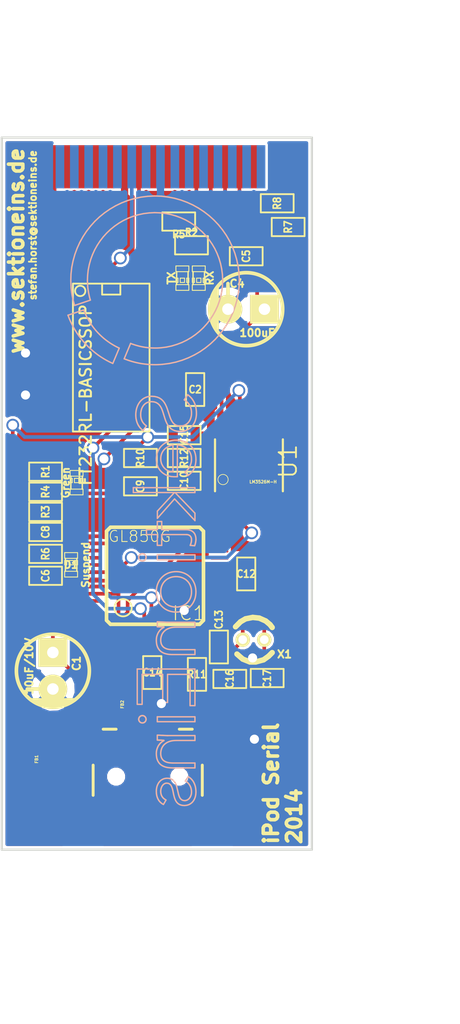
<source format=kicad_pcb>
(kicad_pcb (version 3) (host pcbnew "(2014-03-23 BZR 4768)-product")
  (layers (15 F.Cu signal) (0 B.Cu signal) (18 B.Paste user) (19 F.Paste user) (20 B.SilkS user) (21 F.SilkS user) (22 B.Mask user) (23 F.Mask user) (28 Edge.Cuts user))
  (net 0 "")
  (net 1 DVDD)
  (net 2 "Net-(C2-Pad1)")
  (net 3 +5V)
  (net 4 AVDD)
  (net 5 "Net-(C15-Pad2)")
  (net 6 "Net-(C16-Pad1)")
  (net 7 "Net-(C17-Pad1)")
  (net 8 /HUB_IPOD_GREEN)
  (net 9 "Net-(D3-Pad1)")
  (net 10 /SERIAL_TX_LED)
  (net 11 /SERIAL_RX_LED)
  (net 12 "Net-(FB1-Pad1)")
  (net 13 VBUS)
  (net 14 /USB_D+)
  (net 15 /SERIAL_USB_D-)
  (net 16 /SERIAL_USB_D+)
  (net 17 /USB_D-)
  (net 18 /OVCUR1)
  (net 19 /PWREN1)
  (net 20 /IPOD_USB_D-)
  (net 21 /IPOD_USB_D+)
  (net 22 "Net-(IC1-Pad11)")
  (net 23 /SERIAL_TX)
  (net 24 "Net-(P1-Pad21)")
  (net 25 /SERIAL_RX)
  (net 26 GND)
  (net 27 "Net-(D2-Pad2)")
  (net 28 "Net-(IC1-Pad37)")
  (net 29 "Net-(D1-Pad2)")
  (net 30 "Net-(P1-Pad25)")
  (net 31 "Net-(P1-Pad27)")
  (module SMD_Packages.pretty:SM0603 (layer F.Cu) (at 148.082 73.406 90)
    (fp_text reference C2 (at 0 0 180) (layer F.SilkS) (effects (font (size 0.508 0.4572) (thickness 0.1143))))
    (fp_text value 100nF hide)
    (pad 1 smd rect (at -0.762 0 90) (size 0.635 1.143) (layers F.Cu F.Paste F.Mask) (net 2 "Net-(C2-Pad1)"))
    (pad 2 smd rect (at 0.762 0 90) (size 0.635 1.143) (layers F.Cu F.Paste F.Mask) (net 26 GND))
  )
  (module SMD_Packages.pretty:SM0603 (layer F.Cu) (at 151.638 64.135)
    (fp_text reference C5 (at 0 0 90) (layer F.SilkS) (effects (font (size 0.508 0.4572) (thickness 0.1143))))
    (fp_text value 0,1uF hide)
    (pad 1 smd rect (at -0.762 0) (size 0.635 1.143) (layers F.Cu F.Paste F.Mask) (net 26 GND))
    (pad 2 smd rect (at 0.762 0) (size 0.635 1.143) (layers F.Cu F.Paste F.Mask) (net 3 +5V))
  )
  (module SMD_Packages.pretty:SM0603 (layer F.Cu) (at 137.668 86.36 180)
    (fp_text reference C6 (at 0 0 270) (layer F.SilkS) (effects (font (size 0.508 0.4572) (thickness 0.1143))))
    (fp_text value 100nF hide)
    (pad 1 smd rect (at -0.762 0 180) (size 0.635 1.143) (layers F.Cu F.Paste F.Mask) (net 1 DVDD))
    (pad 2 smd rect (at 0.762 0 180) (size 0.635 1.143) (layers F.Cu F.Paste F.Mask) (net 26 GND))
  )
  (module SMD_Packages.pretty:SM0603 (layer F.Cu) (at 137.668 83.312 180)
    (fp_text reference C8 (at 0 0 270) (layer F.SilkS) (effects (font (size 0.508 0.4572) (thickness 0.1143))))
    (fp_text value 100nF hide)
    (pad 1 smd rect (at -0.762 0 180) (size 0.635 1.143) (layers F.Cu F.Paste F.Mask) (net 1 DVDD))
    (pad 2 smd rect (at 0.762 0 180) (size 0.635 1.143) (layers F.Cu F.Paste F.Mask) (net 26 GND))
  )
  (module SMD_Packages.pretty:SM0603 (layer F.Cu) (at 144.272 80.137)
    (fp_text reference C9 (at 0 0 90) (layer F.SilkS) (effects (font (size 0.508 0.4572) (thickness 0.1143))))
    (fp_text value 100nF hide)
    (pad 1 smd rect (at -0.762 0) (size 0.635 1.143) (layers F.Cu F.Paste F.Mask) (net 1 DVDD))
    (pad 2 smd rect (at 0.762 0) (size 0.635 1.143) (layers F.Cu F.Paste F.Mask) (net 26 GND))
  )
  (module SMD_Packages.pretty:SM0603 (layer F.Cu) (at 147.32 79.756 180)
    (fp_text reference C10 (at 0 0 270) (layer F.SilkS) (effects (font (size 0.508 0.4572) (thickness 0.1143))))
    (fp_text value 100nF hide)
    (pad 1 smd rect (at -0.762 0 180) (size 0.635 1.143) (layers F.Cu F.Paste F.Mask) (net 1 DVDD))
    (pad 2 smd rect (at 0.762 0 180) (size 0.635 1.143) (layers F.Cu F.Paste F.Mask) (net 26 GND))
  )
  (module SMD_Packages.pretty:SM0603 (layer F.Cu) (at 151.638 86.233 90)
    (fp_text reference C12 (at 0 0 180) (layer F.SilkS) (effects (font (size 0.508 0.4572) (thickness 0.1143))))
    (fp_text value 100nF hide)
    (pad 1 smd rect (at -0.762 0 90) (size 0.635 1.143) (layers F.Cu F.Paste F.Mask) (net 4 AVDD))
    (pad 2 smd rect (at 0.762 0 90) (size 0.635 1.143) (layers F.Cu F.Paste F.Mask) (net 26 GND))
  )
  (module SMD_Packages.pretty:SM0603 (layer F.Cu) (at 149.733 91.313 90)
    (fp_text reference C13 (at 1.905 0 90) (layer F.SilkS) (effects (font (size 0.508 0.4572) (thickness 0.1143))))
    (fp_text value 100nF hide)
    (pad 1 smd rect (at -0.762 0 90) (size 0.635 1.143) (layers F.Cu F.Paste F.Mask) (net 4 AVDD))
    (pad 2 smd rect (at 0.762 0 90) (size 0.635 1.143) (layers F.Cu F.Paste F.Mask) (net 26 GND))
  )
  (module SMD_Packages.pretty:SM0603 (layer F.Cu) (at 145.0975 93.091 270)
    (fp_text reference C14 (at 0 0 360) (layer F.SilkS) (effects (font (size 0.508 0.4572) (thickness 0.1143))))
    (fp_text value 100nF hide)
    (pad 1 smd rect (at -0.762 0 270) (size 0.635 1.143) (layers F.Cu F.Paste F.Mask) (net 4 AVDD))
    (pad 2 smd rect (at 0.762 0 270) (size 0.635 1.143) (layers F.Cu F.Paste F.Mask) (net 26 GND))
  )
  (module SMD_Packages.pretty:SM0603 (layer F.Cu) (at 147.32 76.581 180)
    (fp_text reference C15 (at 0 0.0635 270) (layer F.SilkS) (effects (font (size 0.508 0.4572) (thickness 0.1143))))
    (fp_text value 1uF hide)
    (pad 1 smd rect (at -0.762 0 180) (size 0.635 1.143) (layers F.Cu F.Paste F.Mask) (net 26 GND))
    (pad 2 smd rect (at 0.762 0 180) (size 0.635 1.143) (layers F.Cu F.Paste F.Mask) (net 5 "Net-(C15-Pad2)"))
  )
  (module SMD_Packages.pretty:SM0603 (layer F.Cu) (at 150.495 93.5355)
    (fp_text reference C16 (at 0 0 90) (layer F.SilkS) (effects (font (size 0.508 0.4572) (thickness 0.1143))))
    (fp_text value 20pF hide)
    (pad 1 smd rect (at -0.762 0) (size 0.635 1.143) (layers F.Cu F.Paste F.Mask) (net 6 "Net-(C16-Pad1)"))
    (pad 2 smd rect (at 0.762 0) (size 0.635 1.143) (layers F.Cu F.Paste F.Mask) (net 26 GND))
  )
  (module SMD_Packages.pretty:SM0603 (layer F.Cu) (at 153.0985 93.472 180)
    (fp_text reference C17 (at 0 -0.0635 270) (layer F.SilkS) (effects (font (size 0.508 0.4572) (thickness 0.1143))))
    (fp_text value 20pF hide)
    (pad 1 smd rect (at -0.762 0 180) (size 0.635 1.143) (layers F.Cu F.Paste F.Mask) (net 7 "Net-(C17-Pad1)"))
    (pad 2 smd rect (at 0.762 0 180) (size 0.635 1.143) (layers F.Cu F.Paste F.Mask) (net 26 GND))
  )
  (module LEDs.pretty:LED-0603 (layer F.Cu) (at 139.827 79.883 90)
    (fp_text reference D2 hide)
    (fp_text value Green (at 0 -0.762 90) (layer F.SilkS) (effects (font (size 0.508 0.508) (thickness 0.127))))
    (pad 1 smd rect (at -0.7493 0 90) (size 0.79756 0.79756) (layers F.Cu F.Paste F.Mask) (net 8 /HUB_IPOD_GREEN))
    (pad 2 smd rect (at 0.7493 0 90) (size 0.79756 0.79756) (layers F.Cu F.Paste F.Mask) (net 27 "Net-(D2-Pad2)"))
  )
  (module LEDs.pretty:LED-0603 (layer F.Cu) (at 148.336 65.659 270)
    (fp_text reference D3 hide)
    (fp_text value RX (at 0 -0.762 270) (layer F.SilkS) (effects (font (size 0.508 0.508) (thickness 0.127))))
    (pad 1 smd rect (at -0.7493 0 270) (size 0.79756 0.79756) (layers F.Cu F.Paste F.Mask) (net 9 "Net-(D3-Pad1)"))
    (pad 2 smd rect (at 0.7493 0 270) (size 0.79756 0.79756) (layers F.Cu F.Paste F.Mask) (net 11 /SERIAL_RX_LED))
  )
  (module LEDs.pretty:LED-0603 (layer F.Cu) (at 147.193 65.659 270)
    (fp_text reference D4 hide)
    (fp_text value TX (at 0 0.762 270) (layer F.SilkS) (effects (font (size 0.508 0.508) (thickness 0.127))))
    (pad 1 smd rect (at -0.7493 0 270) (size 0.79756 0.79756) (layers F.Cu F.Paste F.Mask) (net 9 "Net-(D3-Pad1)"))
    (pad 2 smd rect (at 0.7493 0 270) (size 0.79756 0.79756) (layers F.Cu F.Paste F.Mask) (net 10 /SERIAL_TX_LED))
  )
  (module AWJLEagleLib:0805 (layer F.Cu) (at 135.89 98.044 90)
    (fp_text reference FB1 (at -1.397 1.27 90) (layer F.SilkS) (effects (font (size 0.2065 0.2065) (thickness 0.051625)) (justify left bottom)))
    (fp_text value FILTER hide)
    (pad 1 smd rect (at -0.95 0 90) (size 1.3 1.5) (layers F.Cu F.Paste F.Mask) (net 12 "Net-(FB1-Pad1)"))
    (pad 2 smd rect (at 0.95 0 90) (size 1.3 1.5) (layers F.Cu F.Paste F.Mask) (net 13 VBUS))
  )
  (module AWJLEagleLib:0805 (layer F.Cu) (at 141.859 93.98 90)
    (fp_text reference FB2 (at -1.651 1.27 90) (layer F.SilkS) (effects (font (size 0.2065 0.2065) (thickness 0.051625)) (justify left bottom)))
    (fp_text value FILTER hide)
    (pad 1 smd rect (at -0.95 0 90) (size 1.3 1.5) (layers F.Cu F.Paste F.Mask) (net 1 DVDD))
    (pad 2 smd rect (at 0.95 0 90) (size 1.3 1.5) (layers F.Cu F.Paste F.Mask) (net 4 AVDD))
  )
  (module ftdichip-6:LQFP48 (layer F.Cu) (at 145.288 86.36)
    (fp_text reference IC1 (at 1.143 3.175) (layer F.SilkS) (effects (font (size 0.9652 0.9652) (thickness 0.08128)) (justify left bottom)))
    (fp_text value GL850G (at -3.302 -2.286) (layer F.SilkS) (effects (font (size 0.77216 0.77216) (thickness 0.065024)) (justify left bottom)))
    (pad 1 smd rect (at -2.75 4.5) (size 0.25 1.2) (layers F.Cu F.Paste F.Mask) (net 4 AVDD))
    (pad 2 smd rect (at -2.25 4.5) (size 0.25 1.2) (layers F.Cu F.Paste F.Mask) (net 26 GND))
    (pad 3 smd rect (at -1.75 4.5) (size 0.25 1.2) (layers F.Cu F.Paste F.Mask) (net 17 /USB_D-))
    (pad 4 smd rect (at -1.25 4.5) (size 0.25 1.2) (layers F.Cu F.Paste F.Mask) (net 14 /USB_D+))
    (pad 5 smd rect (at -0.75 4.5) (size 0.25 1.2) (layers F.Cu F.Paste F.Mask) (net 15 /SERIAL_USB_D-))
    (pad 6 smd rect (at -0.25 4.5) (size 0.25 1.2) (layers F.Cu F.Paste F.Mask) (net 16 /SERIAL_USB_D+))
    (pad 7 smd rect (at 0.25 4.5) (size 0.25 1.2) (layers F.Cu F.Paste F.Mask) (net 4 AVDD))
    (pad 8 smd rect (at 0.75 4.5) (size 0.25 1.2) (layers F.Cu F.Paste F.Mask) (net 26 GND))
    (pad 9 smd rect (at 1.25 4.5) (size 0.25 1.2) (layers F.Cu F.Paste F.Mask) (net 20 /IPOD_USB_D-))
    (pad 10 smd rect (at 1.75 4.5) (size 0.25 1.2) (layers F.Cu F.Paste F.Mask) (net 21 /IPOD_USB_D+))
    (pad 11 smd rect (at 2.25 4.5) (size 0.25 1.2) (layers F.Cu F.Paste F.Mask) (net 22 "Net-(IC1-Pad11)"))
    (pad 12 smd rect (at 2.75 4.5) (size 0.25 1.2) (layers F.Cu F.Paste F.Mask) (net 4 AVDD))
    (pad 13 smd rect (at 4.5 2.75) (size 1.2 0.25) (layers F.Cu F.Paste F.Mask) (net 26 GND))
    (pad 14 smd rect (at 4.5 2.25) (size 1.2 0.25) (layers F.Cu F.Paste F.Mask) (net 6 "Net-(C16-Pad1)"))
    (pad 15 smd rect (at 4.5 1.75) (size 1.2 0.25) (layers F.Cu F.Paste F.Mask) (net 7 "Net-(C17-Pad1)"))
    (pad 16 smd rect (at 4.5 1.25) (size 1.2 0.25) (layers F.Cu F.Paste F.Mask) (net 4 AVDD))
    (pad 17 smd rect (at 4.5 0.75) (size 1.2 0.25) (layers F.Cu F.Paste F.Mask))
    (pad 18 smd rect (at 4.5 0.25) (size 1.2 0.25) (layers F.Cu F.Paste F.Mask))
    (pad 19 smd rect (at 4.5 -0.25) (size 1.2 0.25) (layers F.Cu F.Paste F.Mask) (net 4 AVDD))
    (pad 20 smd rect (at 4.5 -0.75) (size 1.2 0.25) (layers F.Cu F.Paste F.Mask) (net 26 GND))
    (pad 21 smd rect (at 4.5 -1.25) (size 1.2 0.25) (layers F.Cu F.Paste F.Mask))
    (pad 22 smd rect (at 4.5 -1.75) (size 1.2 0.25) (layers F.Cu F.Paste F.Mask))
    (pad 23 smd rect (at 4.5 -2.25) (size 1.2 0.25) (layers F.Cu F.Paste F.Mask))
    (pad 24 smd rect (at 4.5 -2.75) (size 1.2 0.25) (layers F.Cu F.Paste F.Mask) (net 26 GND))
    (pad 25 smd rect (at 2.75 -4.5) (size 0.25 1.2) (layers F.Cu F.Paste F.Mask) (net 1 DVDD))
    (pad 26 smd rect (at 2.25 -4.5) (size 0.25 1.2) (layers F.Cu F.Paste F.Mask) (net 5 "Net-(C15-Pad2)"))
    (pad 27 smd rect (at 1.75 -4.5) (size 0.25 1.2) (layers F.Cu F.Paste F.Mask) (net 26 GND))
    (pad 28 smd rect (at 1.25 -4.5) (size 0.25 1.2) (layers F.Cu F.Paste F.Mask))
    (pad 29 smd rect (at 0.75 -4.5) (size 0.25 1.2) (layers F.Cu F.Paste F.Mask))
    (pad 30 smd rect (at 0.25 -4.5) (size 0.25 1.2) (layers F.Cu F.Paste F.Mask))
    (pad 31 smd rect (at -0.25 -4.5) (size 0.25 1.2) (layers F.Cu F.Paste F.Mask))
    (pad 32 smd rect (at -0.75 -4.5) (size 0.25 1.2) (layers F.Cu F.Paste F.Mask))
    (pad 33 smd rect (at -1.25 -4.5) (size 0.25 1.2) (layers F.Cu F.Paste F.Mask) (net 1 DVDD))
    (pad 34 smd rect (at -1.75 -4.5) (size 0.25 1.2) (layers F.Cu F.Paste F.Mask) (net 1 DVDD))
    (pad 35 smd rect (at -2.25 -4.5) (size 0.25 1.2) (layers F.Cu F.Paste F.Mask) (net 8 /HUB_IPOD_GREEN))
    (pad 36 smd rect (at -2.75 -4.5) (size 0.25 1.2) (layers F.Cu F.Paste F.Mask) (net 1 DVDD))
    (pad 37 smd rect (at -4.5 -2.75) (size 1.2 0.25) (layers F.Cu F.Paste F.Mask) (net 28 "Net-(IC1-Pad37)"))
    (pad 38 smd rect (at -4.5 -2.25) (size 1.2 0.25) (layers F.Cu F.Paste F.Mask) (net 1 DVDD))
    (pad 39 smd rect (at -4.5 -1.75) (size 1.2 0.25) (layers F.Cu F.Paste F.Mask) (net 29 "Net-(D1-Pad2)"))
    (pad 40 smd rect (at -4.5 -1.25) (size 1.2 0.25) (layers F.Cu F.Paste F.Mask))
    (pad 41 smd rect (at -4.5 -0.75) (size 1.2 0.25) (layers F.Cu F.Paste F.Mask))
    (pad 42 smd rect (at -4.5 -0.25) (size 1.2 0.25) (layers F.Cu F.Paste F.Mask) (net 18 /OVCUR1))
    (pad 43 smd rect (at -4.5 0.25) (size 1.2 0.25) (layers F.Cu F.Paste F.Mask) (net 19 /PWREN1))
    (pad 44 smd rect (at -4.5 0.75) (size 1.2 0.25) (layers F.Cu F.Paste F.Mask) (net 1 DVDD))
    (pad 45 smd rect (at -4.5 1.25) (size 1.2 0.25) (layers F.Cu F.Paste F.Mask) (net 1 DVDD))
    (pad 46 smd rect (at -4.5 1.75) (size 1.2 0.25) (layers F.Cu F.Paste F.Mask))
    (pad 47 smd rect (at -4.5 2.25) (size 1.2 0.25) (layers F.Cu F.Paste F.Mask) (net 13 VBUS))
    (pad 48 smd rect (at -4.5 2.75) (size 1.2 0.25) (layers F.Cu F.Paste F.Mask) (net 1 DVDD))
  )
  (module SparkFun-Connectors:USB-MINIB (layer F.Cu) (at 144.78 100.33 90)
    (fp_text reference J1 hide)
    (fp_text value USB-MINIB-5PIN hide)
    (pad D+ smd rect (at 2.5 0 90) (size 2.5 0.5) (layers F.Cu F.Paste F.Mask) (net 14 /USB_D+))
    (pad D- smd rect (at 2.5 -0.8 90) (size 2.5 0.5) (layers F.Cu F.Paste F.Mask) (net 17 /USB_D-))
    (pad GND smd rect (at 2.5 1.6 90) (size 2.5 0.5) (layers F.Cu F.Paste F.Mask) (net 26 GND))
    (pad ID smd rect (at 2.5 0.8 90) (size 2.5 0.5) (layers F.Cu F.Paste F.Mask))
    (pad MTN3 smd rect (at -3 4.5 90) (size 2.5 2) (layers F.Cu F.Paste F.Mask) (net 26 GND))
    (pad MTN1 smd rect (at -3 -4.5 90) (size 2.5 2) (layers F.Cu F.Paste F.Mask) (net 26 GND))
    (pad MTN4 smd rect (at 2.5 4.5 90) (size 2.5 2) (layers F.Cu F.Paste F.Mask) (net 26 GND))
    (pad MTN2 smd rect (at 2.5 -4.5 90) (size 2.5 2) (layers F.Cu F.Paste F.Mask) (net 26 GND))
    (pad VBUS smd rect (at 2.5 -1.6 90) (size 2.5 0.5) (layers F.Cu F.Paste F.Mask) (net 12 "Net-(FB1-Pad1)"))
    (pad "" np_thru_hole circle (at 0 -2.2 90) (size 0.9 0.9) (drill 0.9) (layers *.Cu))
    (pad "" np_thru_hole circle (at 0 2.2 90) (size 0.9 0.9) (drill 0.9) (layers *.Cu))
  )
  (module SparkFun-Connectors:IPOD_MALE_CONNECTOR (layer B.Cu) (at 145.669 57.912 180)
    (fp_text reference P1 hide)
    (fp_text value IPOD_CONNECTOR_MALE hide)
    (pad 1 smd rect (at 7.5 0 180) (size 0.6 3) (layers F.Cu F.Paste F.Mask) (net 26 GND))
    (pad 3 smd rect (at 6.5 0 180) (size 0.6 3) (layers F.Cu F.Paste F.Mask))
    (pad 5 smd rect (at 5.5 0 180) (size 0.6 3) (layers F.Cu F.Paste F.Mask))
    (pad 7 smd rect (at 4.5 0 180) (size 0.6 3) (layers F.Cu F.Paste F.Mask))
    (pad 9 smd rect (at 3.5 0 180) (size 0.6 3) (layers F.Cu F.Paste F.Mask))
    (pad 11 smd rect (at 2.5 0 180) (size 0.6 3) (layers F.Cu F.Paste F.Mask) (net 26 GND))
    (pad 13 smd rect (at 1.5 0 180) (size 0.6 3) (layers F.Cu F.Paste F.Mask) (net 23 /SERIAL_TX))
    (pad 15 smd rect (at 0.5 0 180) (size 0.6 3) (layers F.Cu F.Paste F.Mask))
    (pad 17 smd rect (at -0.5 0 180) (size 0.6 3) (layers F.Cu F.Paste F.Mask))
    (pad 19 smd rect (at -1.5 0 180) (size 0.6 3) (layers F.Cu F.Paste F.Mask))
    (pad 21 smd rect (at -2.5 0 180) (size 0.6 3) (layers F.Cu F.Paste F.Mask) (net 24 "Net-(P1-Pad21)"))
    (pad 23 smd rect (at -3.5 0 180) (size 0.6 3) (layers F.Cu F.Paste F.Mask) (net 3 +5V))
    (pad 25 smd rect (at -4.5 0 180) (size 0.6 3) (layers F.Cu F.Paste F.Mask) (net 30 "Net-(P1-Pad25)"))
    (pad 27 smd rect (at -5.5 0 180) (size 0.6 3) (layers F.Cu F.Paste F.Mask) (net 31 "Net-(P1-Pad27)"))
    (pad 2 smd rect (at 7 0 180) (size 0.6 3) (layers B.Cu B.Paste B.Mask))
    (pad 4 smd rect (at 6 0 180) (size 0.6 3) (layers B.Cu B.Paste B.Mask))
    (pad 6 smd rect (at 5 0 180) (size 0.6 3) (layers B.Cu B.Paste B.Mask))
    (pad 8 smd rect (at 4 0 180) (size 0.6 3) (layers B.Cu B.Paste B.Mask))
    (pad 10 smd rect (at 3 0 180) (size 0.6 3) (layers B.Cu B.Paste B.Mask))
    (pad 12 smd rect (at 2 0 180) (size 0.6 3) (layers B.Cu B.Paste B.Mask) (net 25 /SERIAL_RX))
    (pad 14 smd rect (at 1 0 180) (size 0.6 3) (layers B.Cu B.Paste B.Mask))
    (pad 16 smd rect (at 0 0 180) (size 0.6 3) (layers B.Cu B.Paste B.Mask) (net 26 GND))
    (pad 18 smd rect (at -1 0 180) (size 0.6 3) (layers B.Cu B.Paste B.Mask))
    (pad 20 smd rect (at -2 0 180) (size 0.6 3) (layers B.Cu B.Paste B.Mask))
    (pad 22 smd rect (at -3 0 180) (size 0.6 3) (layers B.Cu B.Paste B.Mask))
    (pad 24 smd rect (at -4 0 180) (size 0.6 3) (layers B.Cu B.Paste B.Mask))
    (pad 26 smd rect (at -5 0 180) (size 0.6 3) (layers B.Cu B.Paste B.Mask))
    (pad 28 smd rect (at -6 0 180) (size 0.6 3) (layers B.Cu B.Paste B.Mask))
    (pad 29 smd rect (at -6.5 0 180) (size 0.6 3) (layers F.Cu F.Paste F.Mask))
    (pad 30 smd rect (at -7 0 180) (size 0.6 3) (layers B.Cu B.Paste B.Mask))
  )
  (module SMD_Packages.pretty:SM0603 (layer F.Cu) (at 137.668 79.121 180)
    (fp_text reference R1 (at 0 0 270) (layer F.SilkS) (effects (font (size 0.508 0.4572) (thickness 0.1143))))
    (fp_text value 480R hide)
    (pad 1 smd rect (at -0.762 0 180) (size 0.635 1.143) (layers F.Cu F.Paste F.Mask) (net 27 "Net-(D2-Pad2)"))
    (pad 2 smd rect (at 0.762 0 180) (size 0.635 1.143) (layers F.Cu F.Paste F.Mask) (net 26 GND))
  )
  (module SMD_Packages.pretty:SM0603 (layer F.Cu) (at 147.828 63.373 180)
    (fp_text reference R2 (at 0 0.889 180) (layer F.SilkS) (effects (font (size 0.508 0.4572) (thickness 0.1143))))
    (fp_text value 270R hide)
    (pad 1 smd rect (at -0.762 0 180) (size 0.635 1.143) (layers F.Cu F.Paste F.Mask) (net 3 +5V))
    (pad 2 smd rect (at 0.762 0 180) (size 0.635 1.143) (layers F.Cu F.Paste F.Mask) (net 9 "Net-(D3-Pad1)"))
  )
  (module SMD_Packages.pretty:SM0603 (layer F.Cu) (at 146.939 61.722)
    (fp_text reference R5 (at 0 0.889) (layer F.SilkS) (effects (font (size 0.508 0.4572) (thickness 0.1143))))
    (fp_text value 470K hide)
    (pad 1 smd rect (at -0.762 0) (size 0.635 1.143) (layers F.Cu F.Paste F.Mask) (net 26 GND))
    (pad 2 smd rect (at 0.762 0) (size 0.635 1.143) (layers F.Cu F.Paste F.Mask) (net 24 "Net-(P1-Pad21)"))
  )
  (module SMD_Packages.pretty:SM0603 (layer F.Cu) (at 137.668 84.836 180)
    (fp_text reference R6 (at 0 0 270) (layer F.SilkS) (effects (font (size 0.508 0.4572) (thickness 0.1143))))
    (fp_text value 100K hide)
    (pad 1 smd rect (at -0.762 0 180) (size 0.635 1.143) (layers F.Cu F.Paste F.Mask) (net 29 "Net-(D1-Pad2)"))
    (pad 2 smd rect (at 0.762 0 180) (size 0.635 1.143) (layers F.Cu F.Paste F.Mask) (net 1 DVDD))
  )
  (module SMD_Packages.pretty:SM0603 (layer F.Cu) (at 144.272 78.1685 180)
    (fp_text reference R10 (at 0 0 270) (layer F.SilkS) (effects (font (size 0.508 0.4572) (thickness 0.1143))))
    (fp_text value 10K hide)
    (pad 1 smd rect (at -0.762 0 180) (size 0.635 1.143) (layers F.Cu F.Paste F.Mask) (net 5 "Net-(C15-Pad2)"))
    (pad 2 smd rect (at 0.762 0 180) (size 0.635 1.143) (layers F.Cu F.Paste F.Mask) (net 13 VBUS))
  )
  (module SMD_Packages.pretty:SM0603 (layer F.Cu) (at 148.209 93.218 270)
    (fp_text reference R11 (at 0 0 360) (layer F.SilkS) (effects (font (size 0.508 0.4572) (thickness 0.1143))))
    (fp_text value 680R hide)
    (pad 1 smd rect (at -0.762 0 270) (size 0.635 1.143) (layers F.Cu F.Paste F.Mask) (net 22 "Net-(IC1-Pad11)"))
    (pad 2 smd rect (at 0.762 0 270) (size 0.635 1.143) (layers F.Cu F.Paste F.Mask) (net 26 GND))
  )
  (module SMD_Packages.pretty:SM0603 (layer F.Cu) (at 147.32 78.1685 180)
    (fp_text reference R12 (at 0 0 270) (layer F.SilkS) (effects (font (size 0.508 0.4572) (thickness 0.1143))))
    (fp_text value 47K hide)
    (pad 1 smd rect (at -0.762 0 180) (size 0.635 1.143) (layers F.Cu F.Paste F.Mask) (net 26 GND))
    (pad 2 smd rect (at 0.762 0 180) (size 0.635 1.143) (layers F.Cu F.Paste F.Mask) (net 5 "Net-(C15-Pad2)"))
  )
  (module Crystals.pretty:Crystal_Round_Vertical_3mm (layer F.Cu) (at 152.146 90.805)
    (fp_text reference X1 (at 2.159 1.016) (layer F.SilkS) (effects (font (size 0.524 0.524) (thickness 0.131))))
    (fp_text value "12 Mhz" hide)
    (pad 1 thru_hole circle (at -0.7493 0) (size 1.00076 1.00076) (drill 0.59944) (layers *.Cu *.Mask F.SilkS) (net 6 "Net-(C16-Pad1)"))
    (pad 2 thru_hole circle (at 0.7493 0) (size 1.00076 1.00076) (drill 0.59944) (layers *.Cu *.Mask F.SilkS) (net 7 "Net-(C17-Pad1)"))
  )
  (module Capacitors.pretty:CP_5x11mm (layer F.Cu) (at 138.176 92.964 180)
    (fp_text reference C1 (at -1.651 0.508 270) (layer F.SilkS) (effects (font (size 0.524 0.524) (thickness 0.131))))
    (fp_text value 10uF/10V (at 1.651 0.3175 270) (layer F.SilkS) (effects (font (size 0.524 0.524) (thickness 0.131))))
    (pad 1 thru_hole rect (at 0 1.27 180) (size 1.99898 1.99898) (drill 0.8001) (layers *.Cu *.Mask F.SilkS) (net 1 DVDD))
    (pad 2 thru_hole circle (at 0 -1.27 180) (size 1.99898 1.99898) (drill 0.8001) (layers *.Cu *.Mask F.SilkS) (net 26 GND))
  )
  (module Capacitors.pretty:CP_5x11mm (layer F.Cu) (at 151.638 67.818 90)
    (fp_text reference C4 (at 1.778 -0.635 180) (layer F.SilkS) (effects (font (size 0.524 0.524) (thickness 0.131))))
    (fp_text value 100uF (at -1.651 0.762 360) (layer F.SilkS) (effects (font (size 0.524 0.524) (thickness 0.131))))
    (pad 1 thru_hole rect (at 0 1.27 90) (size 1.99898 1.99898) (drill 0.8001) (layers *.Cu *.Mask F.SilkS) (net 3 +5V))
    (pad 2 thru_hole circle (at 0 -1.27 90) (size 1.99898 1.99898) (drill 0.8001) (layers *.Cu *.Mask F.SilkS) (net 26 GND))
  )
  (module SSOP_Packages.pretty:SSOP-28 (layer F.Cu) (at 142.24 71.12 270)
    (fp_text reference U2 hide)
    (fp_text value FT232RL-BASICSSOP (at 2.667 1.778 270) (layer F.SilkS) (effects (font (size 0.8 0.8) (thickness 0.14))))
    (pad 1 smd rect (at -4.191 3.556 270) (size 0.4064 1.27) (layers F.Cu F.Paste F.Mask) (net 23 /SERIAL_TX))
    (pad 2 smd rect (at -3.556 3.556 270) (size 0.4064 1.27) (layers F.Cu F.Paste F.Mask))
    (pad 3 smd rect (at -2.8956 3.556 270) (size 0.4064 1.27) (layers F.Cu F.Paste F.Mask))
    (pad 4 smd rect (at -2.2352 3.556 270) (size 0.4064 1.27) (layers F.Cu F.Paste F.Mask) (net 2 "Net-(C2-Pad1)"))
    (pad 5 smd rect (at -1.6002 3.556 270) (size 0.4064 1.27) (layers F.Cu F.Paste F.Mask) (net 25 /SERIAL_RX))
    (pad 6 smd rect (at -0.9398 3.556 270) (size 0.4064 1.27) (layers F.Cu F.Paste F.Mask))
    (pad 7 smd rect (at -0.2794 3.556 270) (size 0.4064 1.27) (layers F.Cu F.Paste F.Mask) (net 26 GND))
    (pad 8 smd rect (at 0.3556 3.556 270) (size 0.4064 1.27) (layers F.Cu F.Paste F.Mask))
    (pad 9 smd rect (at 1.016 3.556 270) (size 0.4064 1.27) (layers F.Cu F.Paste F.Mask))
    (pad 10 smd rect (at 1.651 3.556 270) (size 0.4064 1.27) (layers F.Cu F.Paste F.Mask))
    (pad 11 smd rect (at 2.3114 3.556 270) (size 0.4064 1.27) (layers F.Cu F.Paste F.Mask))
    (pad 12 smd rect (at 2.9718 3.556 270) (size 0.4064 1.27) (layers F.Cu F.Paste F.Mask))
    (pad 13 smd rect (at 3.6068 3.556 270) (size 0.4064 1.27) (layers F.Cu F.Paste F.Mask))
    (pad 14 smd rect (at 4.2672 3.556 270) (size 0.4064 1.27) (layers F.Cu F.Paste F.Mask))
    (pad 15 smd rect (at 4.2672 -3.556 270) (size 0.4064 1.27) (layers F.Cu F.Paste F.Mask) (net 16 /SERIAL_USB_D+))
    (pad 16 smd rect (at 3.6068 -3.556 270) (size 0.4064 1.27) (layers F.Cu F.Paste F.Mask) (net 15 /SERIAL_USB_D-))
    (pad 17 smd rect (at 2.9972 -3.556 270) (size 0.4064 1.27) (layers F.Cu F.Paste F.Mask) (net 2 "Net-(C2-Pad1)"))
    (pad 18 smd rect (at 2.3114 -3.556 270) (size 0.4064 1.27) (layers F.Cu F.Paste F.Mask) (net 26 GND))
    (pad 19 smd rect (at 1.651 -3.556 270) (size 0.4064 1.27) (layers F.Cu F.Paste F.Mask))
    (pad 20 smd rect (at 1.016 -3.556 270) (size 0.4064 1.27) (layers F.Cu F.Paste F.Mask) (net 3 +5V))
    (pad 21 smd rect (at 0.3556 -3.556 270) (size 0.4064 1.27) (layers F.Cu F.Paste F.Mask) (net 26 GND))
    (pad 22 smd rect (at -0.2794 -3.556 270) (size 0.4064 1.27) (layers F.Cu F.Paste F.Mask) (net 11 /SERIAL_RX_LED))
    (pad 23 smd rect (at -0.9398 -3.556 270) (size 0.4064 1.27) (layers F.Cu F.Paste F.Mask) (net 10 /SERIAL_TX_LED))
    (pad 24 smd rect (at -1.6002 -3.556 270) (size 0.4064 1.27) (layers F.Cu F.Paste F.Mask))
    (pad 25 smd rect (at -2.2352 -3.556 270) (size 0.4064 1.27) (layers F.Cu F.Paste F.Mask) (net 26 GND))
    (pad 26 smd rect (at -2.8956 -3.556 270) (size 0.4064 1.27) (layers F.Cu F.Paste F.Mask) (net 26 GND))
    (pad 27 smd rect (at -3.556 -3.556 270) (size 0.4064 1.27) (layers F.Cu F.Paste F.Mask))
    (pad 28 smd rect (at -4.191 -3.556 270) (size 0.4064 1.27) (layers F.Cu F.Paste F.Mask))
  )
  (module AWJLEagleLib:SO08 (layer F.Cu) (at 151.8285 78.6765)
    (fp_text reference U1 (at 3.429 1.016 90) (layer F.SilkS) (effects (font (size 1.2065 1.2065) (thickness 0.127)) (justify left bottom)))
    (fp_text value LM3526M-H (at 0 1.27 180) (layer F.SilkS) (effects (font (size 0.2065 0.2065) (thickness 0.051625)) (justify left bottom)))
    (pad 1 smd rect (at -1.905 2.6162) (size 0.6096 2.2098) (layers F.Cu F.Paste F.Mask) (net 19 /PWREN1))
    (pad 8 smd rect (at -1.905 -2.6162) (size 0.6096 2.2098) (layers F.Cu F.Paste F.Mask) (net 3 +5V))
    (pad 2 smd rect (at -0.635 2.6162) (size 0.6096 2.2098) (layers F.Cu F.Paste F.Mask) (net 18 /OVCUR1))
    (pad 3 smd rect (at 0.635 2.6162) (size 0.6096 2.2098) (layers F.Cu F.Paste F.Mask))
    (pad 7 smd rect (at -0.635 -2.6162) (size 0.6096 2.2098) (layers F.Cu F.Paste F.Mask) (net 13 VBUS))
    (pad 6 smd rect (at 0.635 -2.6162) (size 0.6096 2.2098) (layers F.Cu F.Paste F.Mask) (net 26 GND))
    (pad 4 smd rect (at 1.905 2.6162) (size 0.6096 2.2098) (layers F.Cu F.Paste F.Mask))
    (pad 5 smd rect (at 1.905 -2.6162) (size 0.6096 2.2098) (layers F.Cu F.Paste F.Mask))
  )
  (module SMD_Packages.pretty:SM0603 (layer F.Cu) (at 137.668 81.915)
    (fp_text reference R3 (at 0 0 90) (layer F.SilkS) (effects (font (size 0.508 0.4572) (thickness 0.1143))))
    (fp_text value 0R hide)
    (pad 1 smd rect (at -0.762 0) (size 0.635 1.143) (layers F.Cu F.Paste F.Mask) (net 1 DVDD))
    (pad 2 smd rect (at 0.762 0) (size 0.635 1.143) (layers F.Cu F.Paste F.Mask) (net 28 "Net-(IC1-Pad37)"))
  )
  (module SMD_Packages.pretty:SM0603 (layer F.Cu) (at 137.668 80.518)
    (fp_text reference R4 (at 0 0 90) (layer F.SilkS) (effects (font (size 0.508 0.4572) (thickness 0.1143))))
    (fp_text value 0R hide)
    (pad 1 smd rect (at -0.762 0) (size 0.635 1.143) (layers F.Cu F.Paste F.Mask) (net 26 GND))
    (pad 2 smd rect (at 0.762 0) (size 0.635 1.143) (layers F.Cu F.Paste F.Mask) (net 28 "Net-(IC1-Pad37)"))
  )
  (module LEDs.pretty:LED-0603 (layer F.Cu) (at 139.446 85.598 90)
    (fp_text reference D1 (at 0 0 180) (layer F.SilkS) (effects (font (size 0.508 0.508) (thickness 0.127))))
    (fp_text value Suspend (at 0 1.016 90) (layer F.SilkS) (effects (font (size 0.508 0.508) (thickness 0.127))))
    (pad 1 smd rect (at -0.7493 0 90) (size 0.79756 0.79756) (layers F.Cu F.Paste F.Mask) (net 1 DVDD))
    (pad 2 smd rect (at 0.7493 0 90) (size 0.79756 0.79756) (layers F.Cu F.Paste F.Mask) (net 29 "Net-(D1-Pad2)"))
  )
  (module SMD_Packages.pretty:SM0603 (layer F.Cu) (at 154.559 62.103)
    (fp_text reference R7 (at 0 0 90) (layer F.SilkS) (effects (font (size 0.508 0.4572) (thickness 0.1143))))
    (fp_text value 0R hide)
    (pad 1 smd rect (at -0.762 0) (size 0.635 1.143) (layers F.Cu F.Paste F.Mask) (net 30 "Net-(P1-Pad25)"))
    (pad 2 smd rect (at 0.762 0) (size 0.635 1.143) (layers F.Cu F.Paste F.Mask) (net 20 /IPOD_USB_D-))
  )
  (module SMD_Packages.pretty:SM0603 (layer F.Cu) (at 153.797 60.452)
    (fp_text reference R8 (at 0 0 90) (layer F.SilkS) (effects (font (size 0.508 0.4572) (thickness 0.1143))))
    (fp_text value 0R hide)
    (pad 1 smd rect (at -0.762 0) (size 0.635 1.143) (layers F.Cu F.Paste F.Mask) (net 31 "Net-(P1-Pad27)"))
    (pad 2 smd rect (at 0.762 0) (size 0.635 1.143) (layers F.Cu F.Paste F.Mask) (net 21 /IPOD_USB_D+))
  )
  (module S1:SektionEinsLogo (layer B.Cu) (at 136.144 54.356 270)
    (fp_text reference SektionEinsLogo hide)
    (fp_text value VAL** hide)
  )
  (gr_line (start 134.62 105.41) (end 134.62 55.88) (angle 90) (layer Edge.Cuts) (width 0.15))
  (gr_line (start 156.21 105.41) (end 134.62 105.41) (angle 90) (layer Edge.Cuts) (width 0.15))
  (gr_line (start 156.21 55.88) (end 156.21 105.41) (angle 90) (layer Edge.Cuts) (width 0.15))
  (gr_line (start 134.62 55.88) (end 156.21 55.88) (angle 90) (layer Edge.Cuts) (width 0.15))
  (gr_text stefan.horst@sektioneins.de (at 136.779 61.976 90) (layer F.SilkS) (effects (font (size 0.5 0.5) (thickness 0.125))))
  (gr_text "iPod Serial\n2014" (at 154.178 105.156 90) (layer F.SilkS) (effects (font (size 1 1) (thickness 0.25)) (justify left)))
  (gr_text www.sektioneins.de (at 135.636 63.754 90) (layer F.SilkS) (effects (font (size 1 1) (thickness 0.25))))
  (segment (start 136.906 81.915) (end 137.033 81.915) (width 0.254) (layer F.Cu) (net 1))
  (segment (start 137.033 81.915) (end 138.43 83.312) (width 0.254) (layer F.Cu) (net 1))
  (segment (start 140.776 87.122) (end 140.788 87.11) (width 0.254) (layer F.Cu) (net 1))
  (segment (start 136.906 84.836) (end 138.43 86.36) (width 0.254) (layer F.Cu) (net 1))
  (segment (start 144.038 81.86) (end 144.038 83.3755) (width 0.254) (layer F.Cu) (net 1))
  (segment (start 142.538 81.86) (end 142.538 84.11) (width 0.254) (layer F.Cu) (net 1))
  (segment (start 142.494 84.074) (end 142.494 84.11) (width 0.254) (layer F.Cu) (net 1))
  (segment (start 142.502 84.074) (end 142.494 84.074) (width 0.254) (layer F.Cu) (net 1))
  (segment (start 142.538 84.11) (end 142.502 84.074) (width 0.254) (layer F.Cu) (net 1))
  (segment (start 140.788 87.61) (end 142.748 87.61) (width 0.254) (layer F.Cu) (net 1))
  (segment (start 142.748 87.61) (end 142.748 87.63) (width 0.254) (layer F.Cu) (net 1))
  (segment (start 138.176 90.0684) (end 138.176 91.694) (width 0.254) (layer F.Cu) (net 1))
  (segment (start 139.1344 89.11) (end 138.176 90.0684) (width 0.254) (layer F.Cu) (net 1))
  (segment (start 140.788 89.11) (end 139.1344 89.11) (width 0.254) (layer F.Cu) (net 1))
  (segment (start 143.51 81.832) (end 143.538 81.86) (width 0.254) (layer F.Cu) (net 1))
  (segment (start 139.228 84.11) (end 138.43 83.312) (width 0.254) (layer F.Cu) (net 1))
  (segment (start 140.788 84.11) (end 139.228 84.11) (width 0.254) (layer F.Cu) (net 1))
  (segment (start 136.906 84.836) (end 138.43 83.312) (width 0.254) (layer F.Cu) (net 1))
  (segment (start 148.038 79.546) (end 148.082 79.502) (width 0.254) (layer F.Cu) (net 1))
  (segment (start 143.538 79.784) (end 143.51 79.756) (width 0.254) (layer F.Cu) (net 1))
  (segment (start 148.082 81.816) (end 148.038 81.86) (width 0.254) (layer F.Cu) (net 1))
  (segment (start 144.038 83.82) (end 144.018 83.82) (width 0.254) (layer F.Cu) (net 1))
  (segment (start 144.038 83.3755) (end 144.038 83.82) (width 0.254) (layer F.Cu) (net 1))
  (segment (start 143.82 83.82) (end 144.018 83.82) (width 0.254) (layer F.Cu) (net 1))
  (segment (start 143.538 83.538) (end 143.82 83.82) (width 0.254) (layer F.Cu) (net 1))
  (segment (start 143.538 81.86) (end 143.538 83.538) (width 0.254) (layer F.Cu) (net 1))
  (segment (start 143.51 81.832) (end 143.538 81.86) (width 0.254) (layer F.Cu) (net 1))
  (segment (start 142.494 95.184) (end 141.666 95.184) (width 0.254) (layer F.Cu) (net 1))
  (segment (start 143.53 84.11) (end 143.82 83.82) (width 0.254) (layer F.Cu) (net 1))
  (segment (start 142.494 84.11) (end 142.621 84.11) (width 0.254) (layer F.Cu) (net 1))
  (segment (start 142.621 84.11) (end 143.53 84.11) (width 0.254) (layer F.Cu) (net 1))
  (segment (start 140.788 84.11) (end 142.494 84.11) (width 0.254) (layer F.Cu) (net 1))
  (segment (start 142.482 87.11) (end 142.748 87.376) (width 0.254) (layer F.Cu) (net 1))
  (segment (start 140.788 87.11) (end 142.482 87.11) (width 0.254) (layer F.Cu) (net 1))
  (segment (start 142.748 87.376) (end 142.748 87.63) (width 0.254) (layer F.Cu) (net 1))
  (segment (start 142.748 87.63) (end 142.748 88.9) (width 0.254) (layer F.Cu) (net 1))
  (segment (start 142.538 89.11) (end 140.788 89.11) (width 0.254) (layer F.Cu) (net 1))
  (segment (start 142.748 88.9) (end 142.538 89.11) (width 0.254) (layer F.Cu) (net 1))
  (segment (start 141.412 94.93) (end 138.176 91.694) (width 0.254) (layer F.Cu) (net 1))
  (segment (start 141.859 94.93) (end 141.412 94.93) (width 0.254) (layer F.Cu) (net 1))
  (segment (start 143.51 81.832) (end 143.538 81.86) (width 0.254) (layer F.Cu) (net 1))
  (segment (start 139.585 87.11) (end 139.446 86.971) (width 0.254) (layer F.Cu) (net 1))
  (segment (start 139.446 86.971) (end 139.446 86.3473) (width 0.254) (layer F.Cu) (net 1))
  (segment (start 140.788 87.11) (end 139.585 87.11) (width 0.254) (layer F.Cu) (net 1))
  (segment (start 138.4427 86.3473) (end 138.43 86.36) (width 0.254) (layer F.Cu) (net 1))
  (segment (start 139.446 86.3473) (end 138.4427 86.3473) (width 0.254) (layer F.Cu) (net 1))
  (segment (start 148.038 83.0385) (end 147.701 83.3755) (width 0.254) (layer F.Cu) (net 1))
  (segment (start 147.701 83.3755) (end 144.038 83.3755) (width 0.254) (layer F.Cu) (net 1))
  (segment (start 148.038 81.86) (end 148.038 83.0385) (width 0.254) (layer F.Cu) (net 1))
  (segment (start 143.538 79.784) (end 143.51 79.756) (width 0.254) (layer F.Cu) (net 1))
  (segment (start 148.082 81.816) (end 148.038 81.86) (width 0.254) (layer F.Cu) (net 1))
  (segment (start 148.082 79.756) (end 148.082 81.816) (width 0.254) (layer F.Cu) (net 1))
  (segment (start 143.51 81.832) (end 143.538 81.86) (width 0.254) (layer F.Cu) (net 1))
  (segment (start 143.51 80.137) (end 143.51 81.832) (width 0.254) (layer F.Cu) (net 1))
  (segment (start 145.2372 74.1172) (end 145.796 74.1172) (width 0.254) (layer F.Cu) (net 2))
  (segment (start 140.0048 68.8848) (end 145.2372 74.1172) (width 0.254) (layer F.Cu) (net 2))
  (segment (start 138.684 68.8848) (end 140.0048 68.8848) (width 0.254) (layer F.Cu) (net 2))
  (segment (start 148.0312 74.1172) (end 148.082 74.168) (width 0.254) (layer F.Cu) (net 2))
  (segment (start 145.796 74.1172) (end 148.0312 74.1172) (width 0.254) (layer F.Cu) (net 2))
  (segment (start 146.812 72.136) (end 147.2692 71.6788) (width 0.254) (layer F.Cu) (net 3))
  (segment (start 147.2692 71.6788) (end 150.495 71.6788) (width 0.254) (layer F.Cu) (net 3))
  (segment (start 145.796 72.136) (end 146.812 72.136) (width 0.254) (layer F.Cu) (net 3))
  (segment (start 150.495 70.231) (end 152.908 67.818) (width 0.254) (layer F.Cu) (net 3))
  (segment (start 150.495 71.6788) (end 150.495 70.231) (width 0.254) (layer F.Cu) (net 3))
  (segment (start 149.169 60.65) (end 150.876 62.357) (width 0.254) (layer F.Cu) (net 3))
  (segment (start 149.169 57.912) (end 149.169 60.65) (width 0.254) (layer F.Cu) (net 3))
  (segment (start 152.4 67.31) (end 152.908 67.818) (width 0.254) (layer F.Cu) (net 3))
  (segment (start 152.4 64.135) (end 152.4 67.31) (width 0.254) (layer F.Cu) (net 3))
  (segment (start 150.84425 62.38875) (end 150.876 62.357) (width 0.254) (layer F.Cu) (net 3))
  (segment (start 149.86 63.373) (end 150.84425 62.38875) (width 0.254) (layer F.Cu) (net 3))
  (segment (start 148.59 63.373) (end 149.86 63.373) (width 0.254) (layer F.Cu) (net 3))
  (segment (start 149.9235 72.2503) (end 150.495 71.6788) (width 0.254) (layer F.Cu) (net 3))
  (segment (start 149.9235 76.0603) (end 149.9235 72.2503) (width 0.254) (layer F.Cu) (net 3))
  (segment (start 150.84425 62.57925) (end 152.4 64.135) (width 0.254) (layer F.Cu) (net 3))
  (segment (start 150.84425 62.38875) (end 150.84425 62.57925) (width 0.254) (layer F.Cu) (net 3))
  (segment (start 148.038 90.86) (end 148.038 89.999) (width 0.254) (layer F.Cu) (net 4))
  (segment (start 147.828 89.789) (end 145.538 89.789) (width 0.254) (layer F.Cu) (net 4))
  (segment (start 148.038 89.999) (end 147.828 89.789) (width 0.254) (layer F.Cu) (net 4))
  (segment (start 145.538 89.789) (end 145.542 89.789) (width 0.254) (layer F.Cu) (net 4))
  (segment (start 145.542 89.789) (end 145.538 89.789) (width 0.254) (layer F.Cu) (net 4))
  (segment (start 149.788 87.61) (end 148.336 87.61) (width 0.254) (layer F.Cu) (net 4))
  (segment (start 148.336 87.61) (end 148.058 87.61) (width 0.254) (layer F.Cu) (net 4))
  (segment (start 148.058 87.61) (end 148.038 87.63) (width 0.254) (layer F.Cu) (net 4))
  (segment (start 149.784 86.106) (end 149.788 86.11) (width 0.254) (layer F.Cu) (net 4))
  (segment (start 145.538 92.452) (end 145.542 92.456) (width 0.254) (layer F.Cu) (net 4))
  (segment (start 142.538 93.24) (end 142.494 93.284) (width 0.254) (layer F.Cu) (net 4))
  (segment (start 142.538 92.351) (end 141.859 93.03) (width 0.254) (layer F.Cu) (net 4))
  (segment (start 142.538 90.86) (end 142.538 92.351) (width 0.254) (layer F.Cu) (net 4))
  (segment (start 148.336 87.503) (end 148.336 87.61) (width 0.254) (layer F.Cu) (net 4))
  (segment (start 148.336 87.61) (end 148.336 87.503) (width 0.254) (layer F.Cu) (net 4))
  (segment (start 148.336 86.106) (end 148.336 87.61) (width 0.254) (layer F.Cu) (net 4))
  (segment (start 149.784 86.106) (end 149.788 86.11) (width 0.254) (layer F.Cu) (net 4))
  (segment (start 148.336 86.106) (end 149.784 86.106) (width 0.254) (layer F.Cu) (net 4))
  (segment (start 151.15 87.61) (end 149.788 87.61) (width 0.254) (layer F.Cu) (net 4))
  (segment (start 151.638 87.122) (end 151.15 87.61) (width 0.254) (layer F.Cu) (net 4))
  (segment (start 151.638 86.995) (end 151.638 87.122) (width 0.254) (layer F.Cu) (net 4))
  (segment (start 146.6215 87.63) (end 148.038 87.63) (width 0.254) (layer F.Cu) (net 4))
  (segment (start 146.558 87.63) (end 146.6215 87.63) (width 0.254) (layer F.Cu) (net 4))
  (segment (start 145.538 89.662) (end 145.538 88.65) (width 0.254) (layer F.Cu) (net 4))
  (segment (start 145.538 89.789) (end 145.538 89.662) (width 0.254) (layer F.Cu) (net 4))
  (segment (start 145.538 88.65) (end 146.558 87.63) (width 0.254) (layer F.Cu) (net 4))
  (segment (start 145.538 90.86) (end 145.538 89.789) (width 0.254) (layer F.Cu) (net 4))
  (segment (start 143.383 88.0745) (end 144.3355 87.122) (width 0.254) (layer F.Cu) (net 4))
  (segment (start 144.3355 87.122) (end 146.1135 87.122) (width 0.254) (layer F.Cu) (net 4))
  (segment (start 146.1135 87.122) (end 146.6215 87.63) (width 0.254) (layer F.Cu) (net 4))
  (segment (start 142.538 90.86) (end 142.538 89.745) (width 0.254) (layer F.Cu) (net 4))
  (segment (start 143.383 88.9) (end 143.383 88.138) (width 0.254) (layer F.Cu) (net 4))
  (segment (start 142.538 89.745) (end 143.383 88.9) (width 0.254) (layer F.Cu) (net 4))
  (segment (start 143.383 88.138) (end 143.383 88.0745) (width 0.254) (layer F.Cu) (net 4))
  (segment (start 149.1615 92.075) (end 149.733 92.075) (width 0.254) (layer F.Cu) (net 4))
  (segment (start 148.038 90.9515) (end 149.1615 92.075) (width 0.254) (layer F.Cu) (net 4))
  (segment (start 148.038 90.86) (end 148.038 90.9515) (width 0.254) (layer F.Cu) (net 4))
  (segment (start 145.538 92.452) (end 145.542 92.456) (width 0.254) (layer F.Cu) (net 4))
  (segment (start 145.538 91.8885) (end 145.0975 92.329) (width 0.254) (layer F.Cu) (net 4))
  (segment (start 145.538 90.86) (end 145.538 91.8885) (width 0.254) (layer F.Cu) (net 4))
  (segment (start 146.558 76.581) (end 146.558 78.1685) (width 0.254) (layer F.Cu) (net 5))
  (segment (start 146.558 78.1685) (end 145.034 78.1685) (width 0.254) (layer F.Cu) (net 5))
  (segment (start 147.1295 78.1685) (end 147.32 78.359) (width 0.254) (layer F.Cu) (net 5))
  (segment (start 147.32 78.359) (end 147.32 80.391) (width 0.254) (layer F.Cu) (net 5))
  (segment (start 147.32 80.391) (end 147.538 80.609) (width 0.254) (layer F.Cu) (net 5))
  (segment (start 147.538 80.609) (end 147.538 81.86) (width 0.254) (layer F.Cu) (net 5))
  (segment (start 146.558 78.1685) (end 147.1295 78.1685) (width 0.254) (layer F.Cu) (net 5))
  (segment (start 150.713 88.61) (end 151.3967 89.2937) (width 0.254) (layer F.Cu) (net 6))
  (segment (start 151.3967 89.2937) (end 151.3967 90.805) (width 0.254) (layer F.Cu) (net 6))
  (segment (start 149.788 88.61) (end 150.713 88.61) (width 0.254) (layer F.Cu) (net 6))
  (segment (start 150.749 91.5035) (end 150.749 92.5195) (width 0.254) (layer F.Cu) (net 6))
  (segment (start 150.749 92.5195) (end 149.733 93.5355) (width 0.254) (layer F.Cu) (net 6))
  (segment (start 151.3967 90.8558) (end 150.749 91.5035) (width 0.254) (layer F.Cu) (net 6))
  (segment (start 151.3967 90.805) (end 151.3967 90.8558) (width 0.254) (layer F.Cu) (net 6))
  (segment (start 151.356 88.11) (end 152.8953 89.6493) (width 0.254) (layer F.Cu) (net 7))
  (segment (start 152.8953 89.6493) (end 152.8953 90.805) (width 0.254) (layer F.Cu) (net 7))
  (segment (start 149.788 88.11) (end 151.356 88.11) (width 0.254) (layer F.Cu) (net 7))
  (segment (start 152.8953 92.5068) (end 153.8605 93.472) (width 0.254) (layer F.Cu) (net 7))
  (segment (start 152.8953 90.805) (end 152.8953 92.5068) (width 0.254) (layer F.Cu) (net 7))
  (segment (start 142.6083 80.6323) (end 143.038 81.062) (width 0.254) (layer F.Cu) (net 8))
  (segment (start 143.038 81.062) (end 143.038 81.86) (width 0.254) (layer F.Cu) (net 8))
  (segment (start 139.827 80.6323) (end 142.6083 80.6323) (width 0.254) (layer F.Cu) (net 8))
  (segment (start 147.066 64.7827) (end 147.193 64.9097) (width 0.254) (layer F.Cu) (net 9))
  (segment (start 147.066 63.373) (end 147.066 64.7827) (width 0.254) (layer F.Cu) (net 9))
  (segment (start 147.193 64.9097) (end 148.336 64.9097) (width 0.254) (layer F.Cu) (net 9))
  (segment (start 147.193 69.723) (end 146.7358 70.1802) (width 0.254) (layer F.Cu) (net 10))
  (segment (start 146.7358 70.1802) (end 145.796 70.1802) (width 0.254) (layer F.Cu) (net 10))
  (segment (start 147.193 66.4083) (end 147.193 69.723) (width 0.254) (layer F.Cu) (net 10))
  (segment (start 148.336 69.342) (end 146.8374 70.8406) (width 0.254) (layer F.Cu) (net 11))
  (segment (start 146.8374 70.8406) (end 145.796 70.8406) (width 0.254) (layer F.Cu) (net 11))
  (segment (start 148.336 66.4083) (end 148.336 69.342) (width 0.254) (layer F.Cu) (net 11))
  (segment (start 143.18 97.83) (end 143.18 98.247) (width 0.254) (layer F.Cu) (net 12))
  (segment (start 143.18 98.247) (end 141.097 100.33) (width 0.254) (layer F.Cu) (net 12))
  (segment (start 137.226 100.33) (end 135.89 98.994) (width 0.254) (layer F.Cu) (net 12))
  (segment (start 141.097 100.33) (end 137.226 100.33) (width 0.254) (layer F.Cu) (net 12))
  (segment (start 143.18 97.83) (end 143.18 97.993) (width 0.254) (layer F.Cu) (net 12))
  (segment (start 138.72 88.61) (end 135.382 88.61) (width 0.254) (layer F.Cu) (net 13))
  (segment (start 140.788 88.61) (end 138.72 88.61) (width 0.254) (layer F.Cu) (net 13))
  (segment (start 135.382 88.61) (end 135.382 88.646) (width 0.254) (layer F.Cu) (net 13))
  (segment (start 135.382 88.646) (end 135.382 96.586) (width 0.254) (layer F.Cu) (net 13))
  (segment (start 135.382 96.586) (end 135.89 97.094) (width 0.254) (layer F.Cu) (net 13))
  (segment (start 143.51 77.978) (end 143.51 78.1685) (width 0.254) (layer F.Cu) (net 13))
  (via (at 135.382 75.8825) (size 0.889) (layers F.Cu B.Cu) (net 13))
  (segment (start 135.382 75.8825) (end 136.2075 76.708) (width 0.254) (layer B.Cu) (net 13))
  (segment (start 136.2075 76.708) (end 144.78 76.708) (width 0.254) (layer B.Cu) (net 13))
  (via (at 144.78 76.708) (size 0.889) (layers F.Cu B.Cu) (net 13))
  (segment (start 144.78 76.708) (end 143.51 77.978) (width 0.254) (layer F.Cu) (net 13))
  (segment (start 135.382 88.61) (end 135.382 75.8825) (width 0.254) (layer F.Cu) (net 13))
  (segment (start 151.1935 73.533) (end 151.13 73.4695) (width 0.254) (layer F.Cu) (net 13))
  (via (at 151.13 73.4695) (size 0.889) (layers F.Cu B.Cu) (net 13))
  (segment (start 151.13 73.4695) (end 147.8915 76.708) (width 0.254) (layer B.Cu) (net 13))
  (segment (start 147.8915 76.708) (end 144.78 76.708) (width 0.254) (layer B.Cu) (net 13))
  (segment (start 151.1935 76.0603) (end 151.1935 73.533) (width 0.254) (layer F.Cu) (net 13))
  (segment (start 144.038 90.86) (end 144.038 94.254) (width 0.254) (layer F.Cu) (net 14))
  (segment (start 144.78 94.996) (end 144.78 97.83) (width 0.254) (layer F.Cu) (net 14))
  (segment (start 144.038 94.254) (end 144.78 94.996) (width 0.254) (layer F.Cu) (net 14))
  (segment (start 143.7132 74.7268) (end 140.97 77.47) (width 0.254) (layer F.Cu) (net 15))
  (via (at 140.97 77.47) (size 0.889) (layers F.Cu B.Cu) (net 15))
  (segment (start 140.97 77.47) (end 140.97 87.63) (width 0.254) (layer B.Cu) (net 15))
  (segment (start 140.97 87.63) (end 141.986 88.646) (width 0.254) (layer B.Cu) (net 15))
  (segment (start 141.986 88.646) (end 144.272 88.646) (width 0.254) (layer B.Cu) (net 15))
  (via (at 144.272 88.646) (size 0.889) (layers F.Cu B.Cu) (net 15))
  (segment (start 144.272 88.646) (end 144.538 88.912) (width 0.254) (layer F.Cu) (net 15))
  (segment (start 144.538 88.912) (end 144.538 90.86) (width 0.254) (layer F.Cu) (net 15))
  (segment (start 145.796 74.7268) (end 143.7132 74.7268) (width 0.254) (layer F.Cu) (net 15))
  (segment (start 145.038 87.888) (end 145.034 87.884) (width 0.254) (layer F.Cu) (net 16))
  (via (at 145.034 87.884) (size 0.889) (layers F.Cu B.Cu) (net 16))
  (segment (start 145.034 87.884) (end 142.24 87.884) (width 0.254) (layer B.Cu) (net 16))
  (segment (start 142.24 87.884) (end 141.478 87.122) (width 0.254) (layer B.Cu) (net 16))
  (segment (start 141.478 87.122) (end 141.478 78.486) (width 0.254) (layer B.Cu) (net 16))
  (segment (start 141.478 78.486) (end 141.732 78.232) (width 0.254) (layer B.Cu) (net 16))
  (via (at 141.732 78.232) (size 0.889) (layers F.Cu B.Cu) (net 16))
  (segment (start 141.732 78.232) (end 144.5768 75.3872) (width 0.254) (layer F.Cu) (net 16))
  (segment (start 144.5768 75.3872) (end 145.796 75.3872) (width 0.254) (layer F.Cu) (net 16))
  (segment (start 145.038 90.86) (end 145.038 87.888) (width 0.254) (layer F.Cu) (net 16))
  (segment (start 143.538 90.86) (end 143.538 94.516) (width 0.254) (layer F.Cu) (net 17))
  (segment (start 143.98 94.958) (end 143.98 97.83) (width 0.254) (layer F.Cu) (net 17))
  (segment (start 143.538 94.516) (end 143.98 94.958) (width 0.254) (layer F.Cu) (net 17))
  (segment (start 151.1935 82.55) (end 152.019 83.3755) (width 0.254) (layer F.Cu) (net 18))
  (via (at 152.019 83.3755) (size 0.889) (layers F.Cu B.Cu) (net 18))
  (segment (start 152.019 83.3755) (end 150.3045 85.09) (width 0.254) (layer B.Cu) (net 18))
  (segment (start 150.3045 85.09) (end 143.637 85.09) (width 0.254) (layer B.Cu) (net 18))
  (via (at 143.637 85.09) (size 0.889) (layers F.Cu B.Cu) (net 18))
  (segment (start 143.637 85.09) (end 142.617 86.11) (width 0.254) (layer F.Cu) (net 18))
  (segment (start 142.617 86.11) (end 140.788 86.11) (width 0.254) (layer F.Cu) (net 18))
  (segment (start 151.1935 81.2927) (end 151.1935 82.55) (width 0.254) (layer F.Cu) (net 18))
  (segment (start 140.788 86.702998) (end 140.788 86.61) (width 0.254) (layer F.Cu) (net 19))
  (segment (start 140.788 86.702998) (end 140.788 86.61) (width 0.254) (layer F.Cu) (net 19))
  (segment (start 145.008502 86.702998) (end 140.788 86.702998) (width 0.254) (layer F.Cu) (net 19))
  (segment (start 149.9235 81.788) (end 145.008502 86.702998) (width 0.254) (layer F.Cu) (net 19))
  (segment (start 149.9235 81.2927) (end 149.9235 81.788) (width 0.254) (layer F.Cu) (net 19))
  (segment (start 155.321 64.7065) (end 155.321 64.516) (width 0.254) (layer F.Cu) (net 20))
  (segment (start 155.321 94.996) (end 155.321 64.7065) (width 0.254) (layer F.Cu) (net 20))
  (segment (start 155.321 64.516) (end 155.321 64.4525) (width 0.254) (layer F.Cu) (net 20))
  (segment (start 146.538 90.86) (end 146.538 94.722) (width 0.254) (layer F.Cu) (net 20))
  (segment (start 154.813 95.504) (end 155.321 94.996) (width 0.254) (layer F.Cu) (net 20))
  (segment (start 147.32 95.504) (end 154.813 95.504) (width 0.254) (layer F.Cu) (net 20))
  (segment (start 146.538 94.722) (end 147.32 95.504) (width 0.254) (layer F.Cu) (net 20))
  (segment (start 155.321 62.103) (end 155.321 64.7065) (width 0.254) (layer F.Cu) (net 20))
  (segment (start 154.813 63.3095) (end 154.559 63.0555) (width 0.254) (layer F.Cu) (net 21))
  (segment (start 154.559 63.0555) (end 154.559 60.452) (width 0.254) (layer F.Cu) (net 21))
  (segment (start 147.038 90.86) (end 147.038 94.46) (width 0.254) (layer F.Cu) (net 21))
  (segment (start 154.813 94.742) (end 154.813 79.121) (width 0.254) (layer F.Cu) (net 21))
  (segment (start 154.559 94.996) (end 154.813 94.742) (width 0.254) (layer F.Cu) (net 21))
  (segment (start 147.574 94.996) (end 154.559 94.996) (width 0.254) (layer F.Cu) (net 21))
  (segment (start 147.038 94.46) (end 147.574 94.996) (width 0.254) (layer F.Cu) (net 21))
  (segment (start 154.813 79.121) (end 154.813 63.3095) (width 0.254) (layer F.Cu) (net 21))
  (segment (start 147.538 91.785) (end 148.209 92.456) (width 0.254) (layer F.Cu) (net 22))
  (segment (start 147.538 90.86) (end 147.538 91.785) (width 0.254) (layer F.Cu) (net 22))
  (segment (start 144.169 57.912) (end 144.169 64.238) (width 0.254) (layer F.Cu) (net 23))
  (segment (start 141.478 66.929) (end 138.684 66.929) (width 0.254) (layer F.Cu) (net 23))
  (segment (start 144.169 64.238) (end 141.478 66.929) (width 0.254) (layer F.Cu) (net 23))
  (segment (start 148.169 57.912) (end 148.169 61.254) (width 0.254) (layer F.Cu) (net 24))
  (segment (start 148.169 61.254) (end 147.701 61.722) (width 0.254) (layer F.Cu) (net 24))
  (segment (start 143.669 57.912) (end 143.669 63.468) (width 0.254) (layer B.Cu) (net 25))
  (segment (start 137.7188 69.5198) (end 138.684 69.5198) (width 0.254) (layer F.Cu) (net 25))
  (segment (start 137.033 68.834) (end 137.7188 69.5198) (width 0.254) (layer F.Cu) (net 25))
  (segment (start 137.033 66.548) (end 137.033 68.834) (width 0.254) (layer F.Cu) (net 25))
  (segment (start 137.541 66.04) (end 137.033 66.548) (width 0.254) (layer F.Cu) (net 25))
  (segment (start 141.097 66.04) (end 137.541 66.04) (width 0.254) (layer F.Cu) (net 25))
  (segment (start 142.875 64.262) (end 141.097 66.04) (width 0.254) (layer F.Cu) (net 25))
  (via (at 142.875 64.262) (size 0.889) (layers F.Cu B.Cu) (net 25))
  (segment (start 143.669 63.468) (end 142.875 64.262) (width 0.254) (layer B.Cu) (net 25))
  (segment (start 149.788 89.11) (end 147.657 89.11) (width 0.254) (layer F.Cu) (net 26))
  (segment (start 150.622 92.075) (end 152.0825 92.075) (width 0.254) (layer B.Cu) (net 26))
  (segment (start 147.32 88.773) (end 150.622 92.075) (width 0.254) (layer B.Cu) (net 26))
  (via (at 147.32 88.773) (size 0.889) (layers F.Cu B.Cu) (net 26))
  (segment (start 147.657 89.11) (end 147.32 88.773) (width 0.254) (layer F.Cu) (net 26))
  (segment (start 136.906 79.121) (end 136.906 74.422) (width 0.254) (layer F.Cu) (net 26))
  (segment (start 136.2964 70.8406) (end 138.684 70.8406) (width 0.254) (layer F.Cu) (net 26))
  (segment (start 136.271 70.866) (end 136.2964 70.8406) (width 0.254) (layer F.Cu) (net 26))
  (via (at 136.271 70.866) (size 0.889) (layers F.Cu B.Cu) (net 26))
  (segment (start 136.271 73.787) (end 136.271 70.866) (width 0.254) (layer B.Cu) (net 26))
  (via (at 136.271 73.787) (size 0.889) (layers F.Cu B.Cu) (net 26))
  (segment (start 136.906 74.422) (end 136.271 73.787) (width 0.254) (layer F.Cu) (net 26))
  (segment (start 146.304 79.756) (end 146.558 79.756) (width 0.254) (layer F.Cu) (net 26))
  (segment (start 144.8816 71.4756) (end 145.796 71.4756) (width 0.254) (layer F.Cu) (net 26))
  (segment (start 144.399 70.993) (end 144.8816 71.4756) (width 0.254) (layer F.Cu) (net 26))
  (segment (start 144.399 69.215) (end 144.399 70.993) (width 0.254) (layer F.Cu) (net 26))
  (segment (start 144.78 68.834) (end 144.399 69.215) (width 0.254) (layer F.Cu) (net 26))
  (segment (start 145.7452 68.834) (end 144.78 68.834) (width 0.254) (layer F.Cu) (net 26))
  (segment (start 145.796 68.8848) (end 145.7452 68.834) (width 0.254) (layer F.Cu) (net 26))
  (segment (start 145.796 68.2244) (end 145.796 68.8848) (width 0.254) (layer F.Cu) (net 26))
  (segment (start 145.1864 73.4314) (end 145.796 73.4314) (width 0.254) (layer F.Cu) (net 26))
  (segment (start 144.653 72.898) (end 145.1864 73.4314) (width 0.254) (layer F.Cu) (net 26))
  (segment (start 144.399 72.517) (end 144.399 70.993) (width 0.254) (layer F.Cu) (net 26))
  (segment (start 144.653 72.771) (end 144.399 72.517) (width 0.254) (layer F.Cu) (net 26))
  (segment (start 144.653 72.898) (end 144.653 72.771) (width 0.254) (layer F.Cu) (net 26))
  (segment (start 146.4056 73.4314) (end 145.796 73.4314) (width 0.254) (layer F.Cu) (net 26))
  (segment (start 147.193 72.644) (end 146.4056 73.4314) (width 0.254) (layer F.Cu) (net 26))
  (segment (start 148.082 72.644) (end 147.193 72.644) (width 0.254) (layer F.Cu) (net 26))
  (segment (start 151.499 85.61) (end 151.638 85.471) (width 0.254) (layer F.Cu) (net 26))
  (segment (start 149.788 85.61) (end 151.499 85.61) (width 0.254) (layer F.Cu) (net 26))
  (segment (start 151.257 93.853) (end 152.4 93.853) (width 0.254) (layer F.Cu) (net 26))
  (segment (start 148.082 76.581) (end 148.082 78.1685) (width 0.254) (layer F.Cu) (net 26))
  (segment (start 148.082 78.1685) (end 148.082 78.232) (width 0.254) (layer F.Cu) (net 26))
  (segment (start 147.038 80.8075) (end 147.038 81.86) (width 0.254) (layer F.Cu) (net 26))
  (segment (start 146.558 80.3275) (end 147.038 80.8075) (width 0.254) (layer F.Cu) (net 26))
  (segment (start 146.558 79.756) (end 146.558 80.3275) (width 0.254) (layer F.Cu) (net 26))
  (segment (start 145.415 79.756) (end 145.034 80.137) (width 0.254) (layer F.Cu) (net 26))
  (segment (start 146.558 79.756) (end 145.415 79.756) (width 0.254) (layer F.Cu) (net 26))
  (segment (start 144.145 79.121) (end 141.1605 79.121) (width 0.254) (layer F.Cu) (net 26))
  (segment (start 141.1605 79.121) (end 140.0175 77.978) (width 0.254) (layer F.Cu) (net 26))
  (segment (start 140.0175 77.978) (end 138.049 77.978) (width 0.254) (layer F.Cu) (net 26))
  (segment (start 138.049 77.978) (end 136.906 79.121) (width 0.254) (layer F.Cu) (net 26))
  (segment (start 145.034 80.01) (end 144.145 79.121) (width 0.254) (layer F.Cu) (net 26))
  (segment (start 145.034 80.137) (end 145.034 80.01) (width 0.254) (layer F.Cu) (net 26))
  (segment (start 151.257 94.234) (end 151.257 93.5355) (width 0.254) (layer F.Cu) (net 26))
  (segment (start 150.9395 94.5515) (end 151.257 94.234) (width 0.254) (layer F.Cu) (net 26))
  (segment (start 149.098 94.5515) (end 150.9395 94.5515) (width 0.254) (layer F.Cu) (net 26))
  (segment (start 148.5265 93.98) (end 149.098 94.5515) (width 0.254) (layer F.Cu) (net 26))
  (segment (start 148.209 93.98) (end 148.5265 93.98) (width 0.254) (layer F.Cu) (net 26))
  (segment (start 146.038 93.7775) (end 145.9625 93.853) (width 0.254) (layer F.Cu) (net 26))
  (segment (start 145.9625 93.853) (end 145.0975 93.853) (width 0.254) (layer F.Cu) (net 26))
  (segment (start 146.038 90.86) (end 146.038 93.7775) (width 0.254) (layer F.Cu) (net 26))
  (segment (start 152.2095 97.7265) (end 152.106 97.83) (width 0.254) (layer F.Cu) (net 26))
  (via (at 152.2095 97.7265) (size 0.889) (layers F.Cu B.Cu) (net 26))
  (segment (start 152.106 97.83) (end 149.28 97.83) (width 0.254) (layer F.Cu) (net 26))
  (segment (start 148.209 97.7265) (end 152.2095 97.7265) (width 0.254) (layer B.Cu) (net 26))
  (segment (start 145.7325 95.25) (end 148.209 97.7265) (width 0.254) (layer B.Cu) (net 26))
  (via (at 145.7325 95.25) (size 0.889) (layers F.Cu B.Cu) (net 26))
  (segment (start 145.0975 94.615) (end 145.7325 95.25) (width 0.254) (layer F.Cu) (net 26))
  (segment (start 145.0975 93.853) (end 145.0975 94.615) (width 0.254) (layer F.Cu) (net 26))
  (segment (start 151.257 92.9005) (end 152.0825 92.075) (width 0.254) (layer F.Cu) (net 26))
  (via (at 152.0825 92.075) (size 0.889) (layers F.Cu B.Cu) (net 26))
  (segment (start 152.0825 92.075) (end 153.543 93.5355) (width 0.254) (layer B.Cu) (net 26))
  (segment (start 153.543 97.0915) (end 153.543 97.2185) (width 0.254) (layer B.Cu) (net 26))
  (segment (start 153.543 93.5355) (end 153.543 97.0915) (width 0.254) (layer B.Cu) (net 26))
  (segment (start 151.257 93.5355) (end 151.257 92.9005) (width 0.254) (layer F.Cu) (net 26))
  (segment (start 152.8445 97.0915) (end 152.2095 97.7265) (width 0.254) (layer B.Cu) (net 26))
  (segment (start 153.543 97.0915) (end 152.8445 97.0915) (width 0.254) (layer B.Cu) (net 26))
  (segment (start 138.4427 79.248) (end 138.43 79.2353) (width 0.254) (layer F.Cu) (net 27))
  (segment (start 139.7127 79.121) (end 139.827 79.0067) (width 0.254) (layer F.Cu) (net 27))
  (segment (start 139.8143 79.121) (end 139.827 79.1337) (width 0.254) (layer F.Cu) (net 27))
  (segment (start 138.43 79.121) (end 139.8143 79.121) (width 0.254) (layer F.Cu) (net 27))
  (segment (start 138.43 80.518) (end 138.43 81.915) (width 0.254) (layer F.Cu) (net 28))
  (segment (start 140.788 83.61) (end 140.125 83.61) (width 0.254) (layer F.Cu) (net 28))
  (segment (start 139.446 82.931) (end 138.43 81.915) (width 0.254) (layer F.Cu) (net 28))
  (segment (start 140.217998 83.702998) (end 140.788 83.702998) (width 0.254) (layer F.Cu) (net 28))
  (segment (start 140.788 83.702998) (end 140.788 83.61) (width 0.254) (layer F.Cu) (net 28))
  (segment (start 140.125 83.61) (end 139.446 82.931) (width 0.254) (layer F.Cu) (net 28))
  (segment (start 138.656 84.61) (end 138.43 84.836) (width 0.254) (layer F.Cu) (net 29))
  (segment (start 140.788 84.61) (end 138.656 84.61) (width 0.254) (layer F.Cu) (net 29))
  (segment (start 139.4333 84.836) (end 139.446 84.8487) (width 0.254) (layer F.Cu) (net 29))
  (segment (start 138.43 84.836) (end 139.4333 84.836) (width 0.254) (layer F.Cu) (net 29))
  (segment (start 150.169 59.364) (end 150.169 57.912) (width 0.254) (layer F.Cu) (net 30))
  (segment (start 151.765 62.103) (end 150.169 60.507) (width 0.254) (layer F.Cu) (net 30))
  (segment (start 150.169 60.507) (end 150.169 57.912) (width 0.254) (layer F.Cu) (net 30))
  (segment (start 153.797 62.103) (end 151.765 62.103) (width 0.254) (layer F.Cu) (net 30))
  (segment (start 151.169 59.983) (end 151.169 57.912) (width 0.254) (layer F.Cu) (net 31))
  (segment (start 151.638 60.452) (end 152.4 60.452) (width 0.254) (layer F.Cu) (net 31))
  (segment (start 151.169 59.983) (end 151.638 60.452) (width 0.254) (layer F.Cu) (net 31))
  (segment (start 153.035 60.452) (end 152.4 60.452) (width 0.254) (layer F.Cu) (net 31))
  (zone (net 26) (net_name GND) (layer F.Cu) (connect_pads (clearance 0.1778)) (min_thickness 0.254) (fill (arc_segments 16) (thermal_gap 0.508) (thermal_bridge_width 0.508))
    (polygon (pts (xy 134.62 55.88) (xy 156.21 55.88) (xy 156.21 105.41) (xy 134.62 105.41)))
  )
  (zone (net 26) (net_name GND) (layer B.Cu) (connect_pads (clearance 0.1778)) (min_thickness 0.254) (fill (arc_segments 16) (thermal_gap 0.508) (thermal_bridge_width 0.508))
    (polygon (pts (xy 134.62 55.88) (xy 156.21 55.88) (xy 156.21 105.41) (xy 134.62 105.41)))
  )
)
</source>
